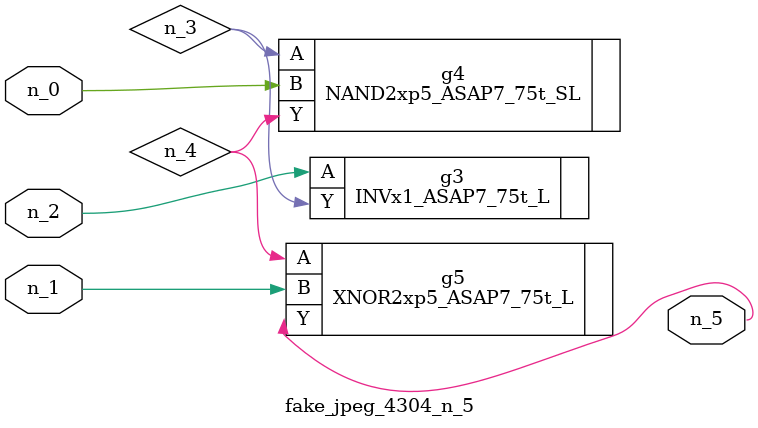
<source format=v>
module fake_jpeg_4304_n_5 (n_0, n_2, n_1, n_5);

input n_0;
input n_2;
input n_1;

output n_5;

wire n_3;
wire n_4;

INVx1_ASAP7_75t_L g3 ( 
.A(n_2),
.Y(n_3)
);

NAND2xp5_ASAP7_75t_SL g4 ( 
.A(n_3),
.B(n_0),
.Y(n_4)
);

XNOR2xp5_ASAP7_75t_L g5 ( 
.A(n_4),
.B(n_1),
.Y(n_5)
);


endmodule
</source>
